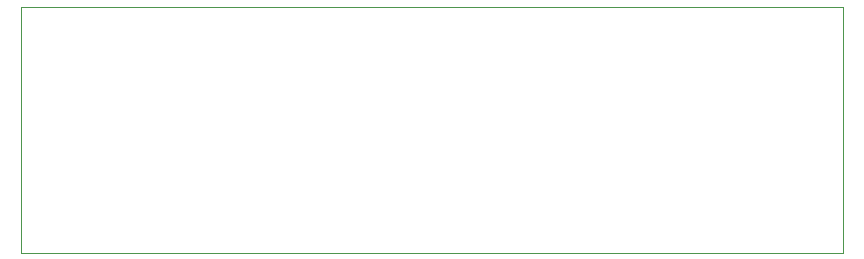
<source format=gm1>
G04 #@! TF.GenerationSoftware,KiCad,Pcbnew,5.1.12-84ad8e8a86~92~ubuntu20.04.1*
G04 #@! TF.CreationDate,2021-11-23T01:14:47+00:00*
G04 #@! TF.ProjectId,atmega-demo,61746d65-6761-42d6-9465-6d6f2e6b6963,rev?*
G04 #@! TF.SameCoordinates,Original*
G04 #@! TF.FileFunction,Profile,NP*
%FSLAX46Y46*%
G04 Gerber Fmt 4.6, Leading zero omitted, Abs format (unit mm)*
G04 Created by KiCad (PCBNEW 5.1.12-84ad8e8a86~92~ubuntu20.04.1) date 2021-11-23 01:14:47*
%MOMM*%
%LPD*%
G01*
G04 APERTURE LIST*
G04 #@! TA.AperFunction,Profile*
%ADD10C,0.050000*%
G04 #@! TD*
G04 APERTURE END LIST*
D10*
X143764000Y-70104000D02*
X213360000Y-70104000D01*
X143764000Y-90932000D02*
X143764000Y-70104000D01*
X213360000Y-90932000D02*
X143764000Y-90932000D01*
X213360000Y-70104000D02*
X213360000Y-90932000D01*
M02*

</source>
